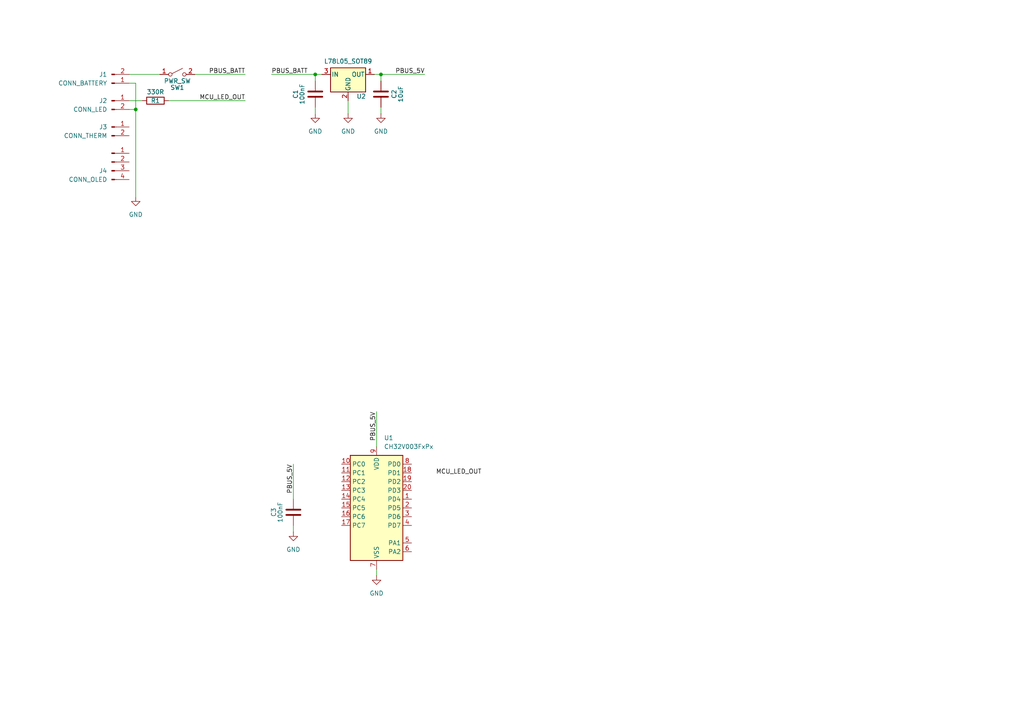
<source format=kicad_sch>
(kicad_sch (version 20250114) (generator "eeschema") (generator_version "9.0")
  (paper "A4")
  (title_block (title "TCRHMAG") (date "2026-01-17") (rev "MkI") (company "ADBeta"))
  (lib_symbols
    (symbol "Connector:Conn_01x02_Pin" (pin_names (offset 1.016) (hide yes))
      (property "Reference" "J" (at 0 2.54 0))
      (property "Value" "Conn_01x02_Pin" (at 0 -5.08 0))
      (symbol "Conn_01x02_Pin_1_1"
        (rectangle (start 0.8636 0.127) (end 0 -0.127) (stroke (width 0.1524)) (fill (type outline)))
        (rectangle (start 0.8636 -2.413) (end 0 -2.667) (stroke (width 0.1524)) (fill (type outline)))
        (polyline (pts (xy 1.27 0) (xy 0.8636 0)) (stroke (width 0.1524)))
        (polyline (pts (xy 1.27 -2.54) (xy 0.8636 -2.54)) (stroke (width 0.1524)))
        (pin passive line (at 5.08 0 180) (length 3.81) (name "Pin_1") (number "1"))
        (pin passive line (at 5.08 -2.54 180) (length 3.81) (name "Pin_2") (number "2"))
      )
    )
    (symbol "Connector:Conn_01x04_Pin" (pin_names (offset 1.016) (hide yes))
      (property "Reference" "J" (at 0 5.08 0))
      (property "Value" "Conn_01x04_Pin" (at 0 -7.62 0))
      (symbol "Conn_01x04_Pin_1_1"
        (rectangle (start 0.8636 2.667) (end 0 2.413) (stroke (width 0.1524)) (fill (type outline)))
        (rectangle (start 0.8636 0.127) (end 0 -0.127) (stroke (width 0.1524)) (fill (type outline)))
        (rectangle (start 0.8636 -2.413) (end 0 -2.667) (stroke (width 0.1524)) (fill (type outline)))
        (rectangle (start 0.8636 -4.953) (end 0 -5.207) (stroke (width 0.1524)) (fill (type outline)))
        (polyline (pts (xy 1.27 2.54) (xy 0.8636 2.54)) (stroke (width 0.1524)))
        (polyline (pts (xy 1.27 0) (xy 0.8636 0)) (stroke (width 0.1524)))
        (polyline (pts (xy 1.27 -2.54) (xy 0.8636 -2.54)) (stroke (width 0.1524)))
        (polyline (pts (xy 1.27 -5.08) (xy 0.8636 -5.08)) (stroke (width 0.1524)))
        (pin passive line (at 5.08 2.54 180) (length 3.81) (name "Pin_1") (number "1"))
        (pin passive line (at 5.08 0 180) (length 3.81) (name "Pin_2") (number "2"))
        (pin passive line (at 5.08 -2.54 180) (length 3.81) (name "Pin_3") (number "3"))
        (pin passive line (at 5.08 -5.08 180) (length 3.81) (name "Pin_4") (number "4"))
      )
    )
    (symbol "Device:C" (pin_numbers (hide yes)) (pin_names (offset 0.254))
      (property "Reference" "C" (at 0.635 2.54 0))
      (property "Value" "C" (at 0.635 -2.54 0))
      (symbol "C_0_1"
        (polyline (pts (xy -2.032 0.762) (xy 2.032 0.762)) (stroke (width 0.508)))
        (polyline (pts (xy -2.032 -0.762) (xy 2.032 -0.762)) (stroke (width 0.508)))
      )
      (symbol "C_1_1"
        (pin passive line (at 0 3.81 270) (length 2.794) (name "~") (number "1"))
        (pin passive line (at 0 -3.81 90) (length 2.794) (name "~") (number "2"))
      )
    )
    (symbol "Device:R" (pin_numbers (hide yes)) (pin_names (offset 0))
      (property "Reference" "R" (at 2.032 0 90))
      (property "Value" "R" (at 0 0 90))
      (symbol "R_0_1"
        (rectangle (start -1.016 -2.54) (end 1.016 2.54) (stroke (width 0.254)))
      )
      (symbol "R_1_1"
        (pin passive line (at 0 3.81 270) (length 1.27) (name "~") (number "1"))
        (pin passive line (at 0 -3.81 90) (length 1.27) (name "~") (number "2"))
      )
    )
    (symbol "MCU_WCH_RiscV:CH32V003FxPx"
      (property "Reference" "U" (at -7.62 17.78 0))
      (property "Value" "CH32V003FxPx" (at 7.62 17.78 0))
      (symbol "CH32V003FxPx_1_1"
        (rectangle (start -7.62 15.24) (end 7.62 -15.24) (stroke (width 0.254)) (fill (type background)))
        (pin bidirectional line (at -10.16 12.7 0) (length 2.54) (name "PC0") (number "10"))
        (pin bidirectional line (at -10.16 10.16 0) (length 2.54) (name "PC1") (number "11"))
        (pin bidirectional line (at -10.16 7.62 0) (length 2.54) (name "PC2") (number "12"))
        (pin bidirectional line (at -10.16 5.08 0) (length 2.54) (name "PC3") (number "13"))
        (pin bidirectional line (at -10.16 2.54 0) (length 2.54) (name "PC4") (number "14"))
        (pin bidirectional line (at -10.16 0 0) (length 2.54) (name "PC5") (number "15"))
        (pin bidirectional line (at -10.16 -2.54 0) (length 2.54) (name "PC6") (number "16"))
        (pin bidirectional line (at -10.16 -5.08 0) (length 2.54) (name "PC7") (number "17"))
        (pin power_in line (at 0 17.78 270) (length 2.54) (name "VDD") (number "9"))
        (pin power_in line (at 0 -17.78 90) (length 2.54) (name "VSS") (number "7"))
        (pin bidirectional line (at 10.16 12.7 180) (length 2.54) (name "PD0") (number "8"))
        (pin bidirectional line (at 10.16 10.16 180) (length 2.54) (name "PD1") (number "18"))
        (pin bidirectional line (at 10.16 7.62 180) (length 2.54) (name "PD2") (number "19"))
        (pin bidirectional line (at 10.16 5.08 180) (length 2.54) (name "PD3") (number "20"))
        (pin bidirectional line (at 10.16 2.54 180) (length 2.54) (name "PD4") (number "1"))
        (pin bidirectional line (at 10.16 0 180) (length 2.54) (name "PD5") (number "2"))
        (pin bidirectional line (at 10.16 -2.54 180) (length 2.54) (name "PD6") (number "3"))
        (pin bidirectional line (at 10.16 -5.08 180) (length 2.54) (name "PD7") (number "4"))
        (pin bidirectional line (at 10.16 -10.16 180) (length 2.54) (name "PA1") (number "5"))
        (pin bidirectional line (at 10.16 -12.7 180) (length 2.54) (name "PA2") (number "6"))
      )
    )
    (symbol "Regulator_Linear:L78L05_SOT89" (pin_names (offset 0.254))
      (property "Reference" "U" (at -3.81 3.175 0))
      (property "Value" "L78L05_SOT89" (at -0.635 3.175 0))
      (symbol "L78L05_SOT89_0_1"
        (rectangle (start -5.08 1.905) (end 5.08 -5.08) (stroke (width 0.254)) (fill (type background)))
      )
      (symbol "L78L05_SOT89_1_1"
        (pin power_in line (at -7.62 0 0) (length 2.54) (name "IN") (number "3"))
        (pin power_in line (at 0 -7.62 90) (length 2.54) (name "GND") (number "2"))
        (pin power_out line (at 7.62 0 180) (length 2.54) (name "OUT") (number "1"))
      )
    )
    (symbol "Switch:SW_SPST" (pin_names (offset 0) (hide yes))
      (property "Reference" "SW" (at 0 3.175 0))
      (property "Value" "SW_SPST" (at 0 -2.54 0))
      (symbol "SW_SPST_0_0"
        (circle (center -2.032 0) (radius 0.508))
        (polyline (pts (xy -1.524 0.254) (xy 1.524 1.778)))
        (circle (center 2.032 0) (radius 0.508))
      )
      (symbol "SW_SPST_1_1"
        (pin passive line (at -5.08 0 0) (length 2.54) (name "A") (number "1"))
        (pin passive line (at 5.08 0 180) (length 2.54) (name "B") (number "2"))
      )
    )
    (symbol "power:GND" (power) (pin_numbers (hide yes)) (pin_names (offset 0) (hide yes))
      (property "Value" "GND" (at 0 -3.81 0))
      (symbol "GND_0_1"
        (polyline (pts (xy 0 0) (xy 0 -1.27) (xy 1.27 -1.27) (xy 0 -2.54) (xy -1.27 -1.27) (xy 0 -1.27)))
      )
      (symbol "GND_1_1"
        (pin power_in line (at 0 0 270) (length 0) (name "~") (number "1"))
      )
    )
  )
  (junction (at 110.49 21.59))
  (junction (at 91.44 21.59))
  (junction (at 39.37 31.75))
  (wire (pts (xy 78.74 21.59) (xy 91.44 21.59)))
  (wire (pts (xy 48.895 29.21) (xy 71.12 29.21)))
  (wire (pts (xy 109.22 119.38) (xy 109.22 129.54)))
  (wire (pts (xy 37.465 29.21) (xy 41.275 29.21)))
  (wire (pts (xy 91.44 21.59) (xy 93.345 21.59)))
  (wire (pts (xy 109.22 165.1) (xy 109.22 167.005)))
  (wire (pts (xy 91.44 31.115) (xy 91.44 33.02)))
  (wire (pts (xy 39.37 24.13) (xy 39.37 31.75)))
  (wire (pts (xy 110.49 21.59) (xy 123.19 21.59)))
  (wire (pts (xy 100.965 29.21) (xy 100.965 33.02)))
  (wire (pts (xy 110.49 21.59) (xy 110.49 23.495)))
  (wire (pts (xy 85.09 152.4) (xy 85.09 154.305)))
  (wire (pts (xy 108.585 21.59) (xy 110.49 21.59)))
  (wire (pts (xy 37.465 31.75) (xy 39.37 31.75)))
  (wire (pts (xy 39.37 31.75) (xy 39.37 57.15)))
  (wire (pts (xy 71.12 21.59) (xy 56.515 21.59)))
  (wire (pts (xy 85.09 134.62) (xy 85.09 144.78)))
  (wire (pts (xy 37.465 21.59) (xy 46.355 21.59)))
  (wire (pts (xy 37.465 24.13) (xy 39.37 24.13)))
  (wire (pts (xy 110.49 33.02) (xy 110.49 31.115)))
  (wire (pts (xy 91.44 21.59) (xy 91.44 23.495)))
  (label "PBUS_5V" (at 123.19 21.59 180))
  (label "MCU_LED_OUT" (at 71.12 29.21 180))
  (label "PBUS_BATT" (at 71.12 21.59 180))
  (label "PBUS_5V" (at 109.22 119.38 270))
  (label "PBUS_BATT" (at 78.74 21.59 0))
  (label "MCU_LED_OUT" (at 139.7 137.795 180))
  (label "PBUS_5V" (at 85.09 134.62 270))
  (symbol (lib_id "Connector:Conn_01x04_Pin") (at 32.385 46.99 0) (unit 1)
    (property "Reference" "J4" (at 31.115 49.53 0) (effects (justify right)))
    (property "Value" "CONN_OLED" (at 31.115 52.07 0) (effects (justify right)))
    (property "Description" "Generic connector, single row, 01x04, script generated" (effects (hide yes)))
  )
  (symbol (lib_id "Device:C") (at 85.09 148.59 0) (unit 1)
    (property "Reference" "C3" (at 79.375 148.59 90))
    (property "Value" "100nF" (at 81.28 148.59 90))
    (property "Footprint" "Capacitor_SMD:C_0603_1608Metric" (effects (hide yes)))
    (property "Description" "Unpolarized capacitor" (effects (hide yes)))
  )
  (symbol (lib_id "Connector:Conn_01x02_Pin") (at 32.385 24.13 0) (mirror x) (unit 1)
    (property "Reference" "J1" (at 31.115 21.59 0) (effects (justify right)))
    (property "Value" "CONN_BATTERY" (at 31.115 24.13 0) (effects (justify right)))
    (property "Footprint" "TCRHMAG:Power_Conn" (effects (hide yes)))
    (property "Description" "Generic connector, single row, 01x02, script generated" (effects (hide yes)))
  )
  (symbol (lib_id "MCU_WCH_RiscV:CH32V003FxPx") (at 109.22 147.32 0) (unit 1)
    (property "Reference" "U1" (at 111.3633 127 0) (effects (justify left)))
    (property "Value" "CH32V003FxPx" (at 111.3633 129.54 0) (effects (justify left)))
    (property "Footprint" "Package_SO:TSSOP-20_4.4x6.5mm_P0.65mm" (effects (hide yes)))
    (property "Datasheet" "https://www.wch-ic.com/products/CH32V003.html" (effects (hide yes)))
    (property "Description" "CH32V003 series are industrial-grade general-purpose microcontrollers designed based on 32-bit RISC-V instruction set and architecture. It adopts QingKe V2A core, RV32EC instruction set, and supports 2 levels of interrupt nesting. The series are mounted with rich peripheral interfaces and function modules. Its internal organizational structure meets the low-cost and low-power embedded application scenarios." (effects (hide yes)))
  )
  (symbol (lib_id "Device:C") (at 110.49 27.305 0) (unit 1)
    (property "Reference" "C2" (at 114.3 27.305 90))
    (property "Value" "10uF" (at 116.205 27.305 90))
    (property "Footprint" "Capacitor_SMD:C_0603_1608Metric" (effects (hide yes)))
    (property "Description" "Unpolarized capacitor" (effects (hide yes)))
  )
  (symbol (lib_id "power:GND") (at 100.965 33.02 0) (unit 1)
    (property "Reference" "#PWR03" (effects (hide yes)))
    (property "Value" "GND" (at 100.965 38.1 0))
    (property "Description" "Power symbol creates a global label with name \"GND\" , ground" (effects (hide yes)))
  )
  (symbol (lib_id "power:GND") (at 39.37 57.15 0) (unit 1)
    (property "Reference" "#PWR01" (effects (hide yes)))
    (property "Value" "GND" (at 39.37 62.23 0))
    (property "Description" "Power symbol creates a global label with name \"GND\" , ground" (effects (hide yes)))
  )
  (symbol (lib_id "Device:C") (at 91.44 27.305 0) (unit 1)
    (property "Reference" "C1" (at 85.725 27.305 90))
    (property "Value" "100nF" (at 87.63 27.305 90))
    (property "Footprint" "Capacitor_SMD:C_0603_1608Metric" (effects (hide yes)))
    (property "Description" "Unpolarized capacitor" (effects (hide yes)))
  )
  (symbol (lib_id "Connector:Conn_01x02_Pin") (at 32.385 36.83 0) (unit 1)
    (property "Reference" "J3" (at 31.115 36.83 0) (effects (justify right)))
    (property "Value" "CONN_THERM" (at 31.115 39.37 0) (effects (justify right)))
    (property "Footprint" "TCRHMAG:Signal_Conn" (effects (hide yes)))
    (property "Description" "Generic connector, single row, 01x02, script generated" (effects (hide yes)))
  )
  (symbol (lib_id "power:GND") (at 91.44 33.02 0) (unit 1)
    (property "Reference" "#PWR05" (effects (hide yes)))
    (property "Value" "GND" (at 91.44 38.1 0))
    (property "Description" "Power symbol creates a global label with name \"GND\" , ground" (effects (hide yes)))
  )
  (symbol (lib_id "Switch:SW_SPST") (at 51.435 21.59 0) (unit 1)
    (property "Reference" "SW1" (at 51.435 25.4 0))
    (property "Value" "PWR_SW" (at 51.435 23.495 0))
    (property "Footprint" "TCRHMAG:U13SS_Switch" (effects (hide yes)))
    (property "Description" "Single Pole Single Throw (SPST) switch" (effects (hide yes)))
  )
  (symbol (lib_id "Device:R") (at 45.085 29.21 90) (unit 1)
    (property "Reference" "R1" (at 45.085 29.21 90))
    (property "Value" "330R" (at 45.085 26.67 90))
    (property "Footprint" "Resistor_SMD:R_0603_1608Metric" (effects (hide yes)))
    (property "Description" "Resistor" (effects (hide yes)))
  )
  (symbol (lib_id "power:GND") (at 109.22 167.005 0) (unit 1)
    (property "Reference" "#PWR02" (effects (hide yes)))
    (property "Value" "GND" (at 109.22 172.085 0))
    (property "Description" "Power symbol creates a global label with name \"GND\" , ground" (effects (hide yes)))
  )
  (symbol (lib_id "power:GND") (at 85.09 154.305 0) (unit 1)
    (property "Reference" "#PWR06" (effects (hide yes)))
    (property "Value" "GND" (at 85.09 159.385 0))
    (property "Description" "Power symbol creates a global label with name \"GND\" , ground" (effects (hide yes)))
  )
  (symbol (lib_id "Regulator_Linear:L78L05_SOT89") (at 100.965 21.59 0) (unit 1)
    (property "Reference" "U2" (at 104.775 27.94 0))
    (property "Value" "L78L05_SOT89" (at 100.965 17.78 0))
    (property "Footprint" "Package_TO_SOT_SMD:SOT-89-3" (effects (hide yes)))
    (property "Datasheet" "http://www.st.com/content/ccc/resource/technical/document/datasheet/15/55/e5/aa/23/5b/43/fd/CD00000446.pdf/files/CD00000446.pdf/jcr:content/translations/en.CD00000446.pdf" (effects (hide yes)))
    (property "Description" "Positive 100mA 30V Linear Regulator, Fixed Output 5V, SOT-89" (effects (hide yes)))
  )
  (symbol (lib_id "power:GND") (at 110.49 33.02 0) (unit 1)
    (property "Reference" "#PWR04" (effects (hide yes)))
    (property "Value" "GND" (at 110.49 38.1 0))
    (property "Description" "Power symbol creates a global label with name \"GND\" , ground" (effects (hide yes)))
  )
  (symbol (lib_id "Connector:Conn_01x02_Pin") (at 32.385 29.21 0) (unit 1)
    (property "Reference" "J2" (at 31.115 29.21 0) (effects (justify right)))
    (property "Value" "CONN_LED" (at 31.115 31.75 0) (effects (justify right)))
    (property "Footprint" "TCRHMAG:Signal_Conn" (effects (hide yes)))
    (property "Description" "Generic connector, single row, 01x02, script generated" (effects (hide yes)))
  )
)
</source>
